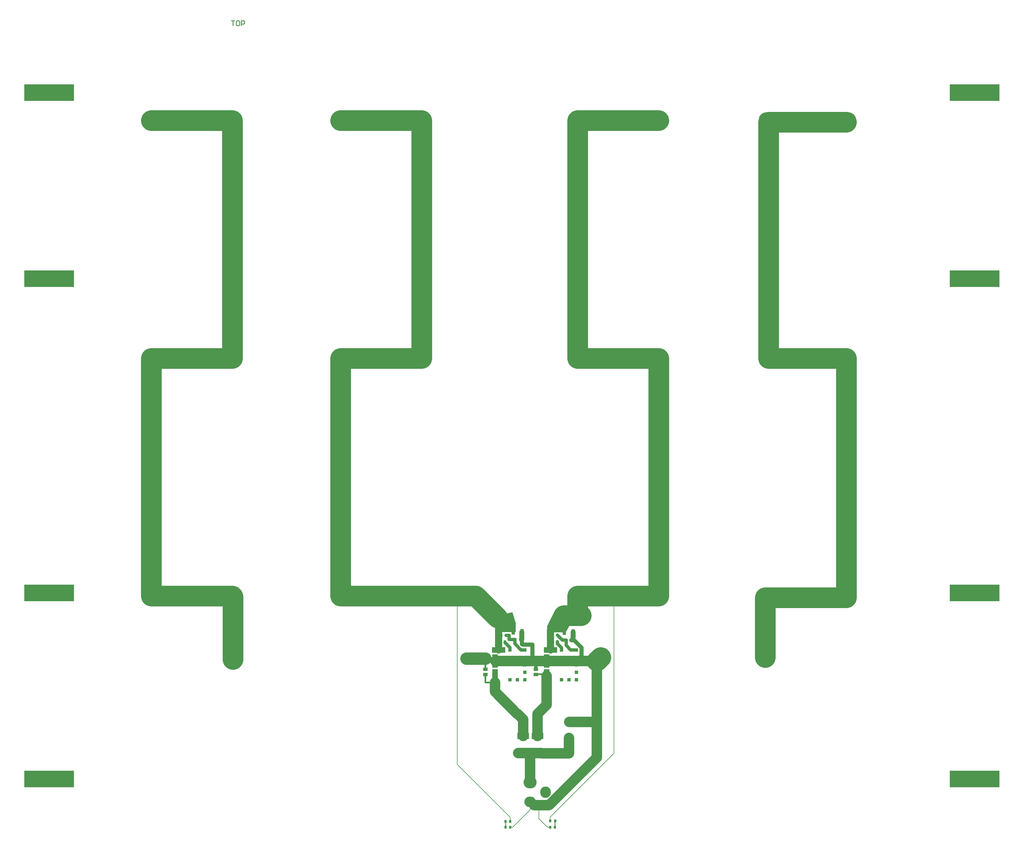
<source format=gtl>
%FSTAX24Y24*%
%MOIN*%
%SFA1B1*%

%IPPOS*%
%ADD10R,0.027600X0.035400*%
%ADD11R,0.141700X0.072800*%
%ADD12R,0.031500X0.035400*%
%ADD13R,0.055100X0.043300*%
%ADD14R,0.043300X0.066900*%
%ADD15R,0.069700X0.160200*%
%ADD16R,0.160200X0.069700*%
%ADD17R,0.039800X0.039800*%
%ADD18R,0.086600X0.051200*%
%ADD19C,0.020000*%
%ADD20C,0.125000*%
%ADD21C,0.085000*%
%ADD22C,0.010000*%
%ADD23C,0.050000*%
%ADD24C,0.040000*%
%ADD25C,0.008000*%
%ADD26C,0.060000*%
%ADD27C,0.150000*%
%ADD28C,0.250000*%
%ADD29O,0.157500X0.147600*%
%ADD30O,0.128000X0.137800*%
%ADD31O,0.137800X0.128000*%
%ADD32C,0.200000*%
%ADD33R,0.600000X0.200000*%
%ADD34C,0.050000*%
%LNtoasterbigboard-1*%
%LPD*%
G36*
X08445Y0451D02*
Y044D01*
X08195*
Y0448*
X08145Y0458*
X08405Y0464*
X08445Y0451*
G37*
G36*
X090513Y0455D02*
X0912Y0452D01*
X090513Y044*
X08825*
Y04475*
X08925Y04675*
X090513Y0455*
G37*
G54D10*
X090555Y04305D03*
X091145D03*
X089495Y04285D03*
X088905D03*
X084405Y0431D03*
X084995D03*
X083145Y04285D03*
X082555D03*
X089205Y02118D03*
X088615D03*
X083205Y0211D03*
X083795D03*
X088605Y0204D03*
X089195D03*
X083795D03*
X083205D03*
G54D11*
X0871Y02937D03*
Y03143D03*
X08535Y02937D03*
Y03143D03*
G54D12*
X088924Y04365D03*
X089476D03*
X082724Y0436D03*
X083276D03*
G54D13*
X0869Y039515D03*
Y038885D03*
X0808Y039515D03*
Y038885D03*
G54D14*
X090318Y044D03*
X091382D03*
X084169Y04405D03*
X085232D03*
G54D15*
X088199Y040501D03*
Y038702D03*
X081949Y040501D03*
Y038702D03*
G54D16*
X088648Y041851D03*
X082398D03*
G54D17*
X091801Y040052D03*
Y038249D03*
Y03915D03*
X089998Y041851D03*
Y038249D03*
X0909D03*
X091801Y041851D03*
X085551Y040052D03*
Y038249D03*
Y03915D03*
X083748Y041851D03*
Y038249D03*
X08465D03*
X085551Y041851D03*
G54D18*
X0909Y033125D03*
Y031275D03*
G54D19*
X0876Y02937D02*
X08769Y02946D01*
X0869Y038905D02*
X087996D01*
X0808Y0408D02*
X08155Y0405D01*
X0808Y039495D02*
Y0408D01*
Y0379D02*
Y038905D01*
Y0379D02*
D01*
X081949*
G54D20*
X08762Y02935D02*
X0909D01*
Y031228*
X09426Y03315D02*
Y040501D01*
Y02886D02*
Y03315D01*
X090922D02*
X09426D01*
X0862Y025841D02*
Y02887D01*
X08535Y02937D02*
X0871D01*
X081949Y036801D02*
X0846Y03415D01*
X0847Y0341D02*
X08535Y03345D01*
X088199Y035199D02*
Y038702D01*
X0871Y0341D02*
X088199Y035199D01*
X0871Y03143D02*
Y0341D01*
X08535Y03143D02*
Y03345D01*
X088199Y040501D02*
X091749D01*
X0885Y02315D02*
X08855D01*
X088428Y023078D02*
X0885Y02315D01*
X08645Y040501D02*
X088199D01*
X081949Y036801D02*
Y0379D01*
X082Y040501D02*
X08645D01*
X08475Y02937D02*
X08535D01*
X0871D02*
X0876D01*
X08855Y02315D02*
X09026Y02486D01*
X09036Y02496D02*
X09426Y02886D01*
X091749Y040501D02*
X09426D01*
X086672Y023078D02*
X08726D01*
X088428*
G54D21*
X09025Y04475D02*
Y046D01*
X09015Y04465D02*
X09025Y04475D01*
X088648Y041851D02*
Y044248D01*
X09015Y0444D02*
Y04465D01*
X0888Y0444D02*
X09015D01*
X088648Y044248D02*
X0888Y0444D01*
X082398Y041851D02*
Y044381D01*
G54D22*
X083205Y0209D02*
D01*
Y0204D02*
Y0209D01*
X089195Y0204D02*
Y02117D01*
X0501Y11795D02*
X0505D01*
X0503*
Y11735*
X051Y11795D02*
X0508D01*
X0507Y11785*
Y11745*
X0508Y11735*
X051*
X0511Y11745*
Y11785*
X051Y11795*
X0513Y11735D02*
Y11795D01*
X0516*
X051699Y11785*
Y11765*
X0516Y11755*
X0513*
G54D23*
X085182Y042568D02*
Y043182D01*
X08645Y040501D02*
Y0425D01*
X0915Y04305D02*
X0924Y04215D01*
X091145Y04305D02*
X0915D01*
X091749Y040501D02*
X0924Y041152D01*
Y04215*
X08525Y0425D02*
X08645D01*
G54D24*
X0869Y039495D02*
Y040251D01*
X084355Y042595D02*
Y0431D01*
X090555Y042395D02*
Y04305D01*
Y042395D02*
X091099Y041851D01*
X091801*
X090076Y04305D02*
X090555D01*
X089476Y04365D02*
X090076Y04305D01*
X083748Y041851D02*
Y042152D01*
X083145Y042755D02*
X083748Y042152D01*
X083276Y0436D02*
X08365D01*
Y0431D02*
Y0436D01*
Y0431D02*
X084355D01*
X085099Y041851D02*
X085551D01*
X084355Y042595D02*
X085099Y041851D01*
X089998D02*
Y042102D01*
X089495Y042605D02*
X089998Y042102D01*
X089495Y042605D02*
Y04285D01*
G54D25*
X0862Y0225D02*
Y023479D01*
X0841Y0204D02*
X0862Y0225D01*
X083795Y0204D02*
X0841D01*
X0774Y028D02*
Y048074D01*
Y028D02*
X0838Y0216D01*
X083795Y021595D02*
X0838Y0216D01*
X083795Y0211D02*
Y021595D01*
X08175Y0407D02*
X081949Y040501D01*
X0808Y039495D02*
D01*
X08155Y0405D02*
X08175Y0407D01*
X090265Y024595D02*
X09036Y0245D01*
X09026Y02486D02*
X090265Y024865D01*
Y024595D02*
Y024865D01*
X09036Y0245D02*
Y02496D01*
X08724Y023058D02*
X08726Y023078D01*
X08724Y02144D02*
Y023058D01*
Y02144D02*
X08828Y0204D01*
X088605*
X08863Y02166D02*
X096315Y029345D01*
X08863Y021195D02*
Y02166D01*
X077109Y048365D02*
X0774Y048074D01*
X096315Y029345D02*
Y048365D01*
G54D26*
X091382Y043331D02*
Y044D01*
X085182Y043182D02*
Y044D01*
G54D27*
X0785Y0408D02*
X0808D01*
G54D28*
X09426Y040501D02*
X094709Y04095D01*
X0503Y0407D02*
Y048273D01*
X050208Y048365D02*
X0503Y048273D01*
X040427Y048365D02*
X050208D01*
X040427D02*
Y077115D01*
X050208*
Y105865*
X040427D02*
X050208D01*
X079635Y048365D02*
X08225Y04575D01*
X063299Y048365D02*
Y077115D01*
X07308*
Y105865*
X063299D02*
X07308D01*
X063299Y048365D02*
X07308D01*
X077109*
X079635*
X091927Y046414D02*
Y048365D01*
Y046414D02*
X092342Y046D01*
X101707Y048365D02*
Y077115D01*
X091927D02*
X101707D01*
X091927D02*
Y105865D01*
X101707*
X091927Y048365D02*
X096315D01*
X101707*
X09025Y046D02*
X092342D01*
X1146Y04095D02*
Y048165D01*
X114999Y105666D02*
X12438D01*
X1146Y048165D02*
X12438D01*
X114999Y0771D02*
Y105666D01*
Y0771D02*
X12438D01*
Y048165D02*
Y0771D01*
G54D29*
X0862Y025841D03*
G54D30*
X08805Y02466D03*
G54D31*
X0862Y023479D03*
G54D32*
X050208Y105865D03*
X040427D03*
X063299D03*
X07308D03*
X050208Y077115D03*
X040427D03*
X063299D03*
X07308D03*
X050208Y048365D03*
X040427D03*
X063299D03*
X07308D03*
X114799Y105865D03*
X124579D03*
X101707D03*
X091927D03*
X114799Y077115D03*
X124579D03*
X101707D03*
X091927D03*
X114799Y048365D03*
X124579D03*
X101707D03*
X091927D03*
G54D33*
X0281Y04875D03*
X1399D03*
Y08675D03*
X0281D03*
X1399Y02625D03*
X0281Y10925D03*
X1399D03*
X0281Y02625D03*
G54D34*
X0785Y0408D03*
X0503Y0407D03*
X094709Y04095D03*
X1146D03*
M02*
</source>
